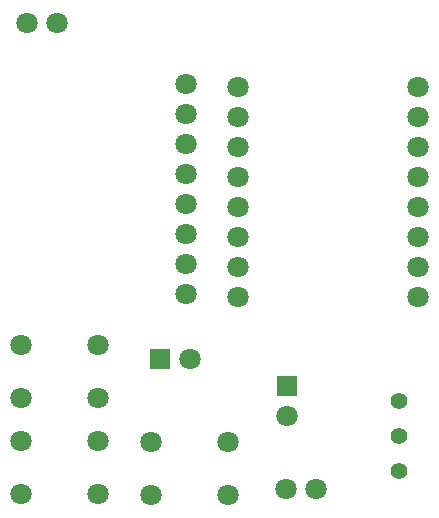
<source format=gbr>
%TF.GenerationSoftware,KiCad,Pcbnew,9.0.5+1*%
%TF.CreationDate,2025-11-07T16:33:50+01:00*%
%TF.ProjectId,PCB,5043422e-6b69-4636-9164-5f7063625858,rev?*%
%TF.SameCoordinates,Original*%
%TF.FileFunction,Soldermask,Top*%
%TF.FilePolarity,Negative*%
%FSLAX46Y46*%
G04 Gerber Fmt 4.6, Leading zero omitted, Abs format (unit mm)*
G04 Created by KiCad (PCBNEW 9.0.5+1) date 2025-11-07 16:33:50*
%MOMM*%
%LPD*%
G01*
G04 APERTURE LIST*
%ADD10C,1.800000*%
%ADD11C,1.400000*%
%ADD12R,1.800000X1.800000*%
G04 APERTURE END LIST*
D10*
%TO.C,J1*%
X-209540000Y12500000D03*
X-207000000Y12500000D03*
%TD*%
%TO.C,J2*%
X-187540000Y-27000000D03*
X-185000000Y-27000000D03*
%TD*%
%TO.C,U1*%
X-176385000Y-10755000D03*
X-176385000Y-8215000D03*
X-176385000Y-5675000D03*
X-176385000Y-3135000D03*
X-176385000Y1945000D03*
X-176385000Y-595000D03*
X-191625000Y7025000D03*
X-176385000Y7025000D03*
X-191625000Y4485000D03*
X-191625000Y1945000D03*
X-191625000Y-595000D03*
X-191625000Y-3135000D03*
X-191625000Y-5675000D03*
X-191625000Y-8215000D03*
X-191625000Y-10755000D03*
X-176385000Y4485000D03*
%TD*%
D11*
%TO.C,SW4*%
X-178000000Y-19500000D03*
X-178000000Y-22500000D03*
X-178000000Y-25500000D03*
%TD*%
D10*
%TO.C,SW2*%
X-203500000Y-22900000D03*
X-210000000Y-22900000D03*
X-210000000Y-27400000D03*
X-203500000Y-27400000D03*
%TD*%
%TO.C,U2*%
X-196000000Y-10500000D03*
X-196000000Y-7960000D03*
X-196000000Y-5420000D03*
X-196000000Y-2880000D03*
X-196000000Y-340000D03*
X-196000000Y2200000D03*
X-196000000Y4740000D03*
X-196000000Y7280000D03*
%TD*%
%TO.C,SW3*%
X-192500000Y-23000000D03*
X-199000000Y-23000000D03*
X-199000000Y-27500000D03*
X-192500000Y-27500000D03*
%TD*%
D12*
%TO.C,D1*%
X-198270000Y-16000000D03*
D10*
X-195730000Y-16000000D03*
%TD*%
D12*
%TO.C,D2*%
X-187500000Y-18230000D03*
D10*
X-187500000Y-20770000D03*
%TD*%
%TO.C,SW1*%
X-203500000Y-14800000D03*
X-210000000Y-14800000D03*
X-210000000Y-19300000D03*
X-203500000Y-19300000D03*
%TD*%
M02*

</source>
